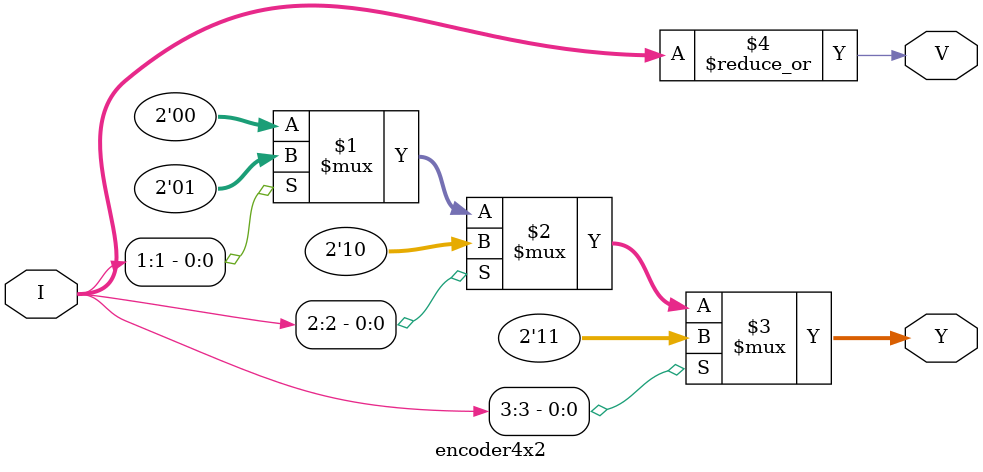
<source format=v>
module encoder4x2 (
    input [3:0] I,
    output [1:0] Y,
    output V
);
    assign Y = (I[3] ? 2'b11 : (I[2] ? 2'b10 : (I[1] ? 2'b01 : 2'b00)));
    assign V = |I; 
endmodule
</source>
